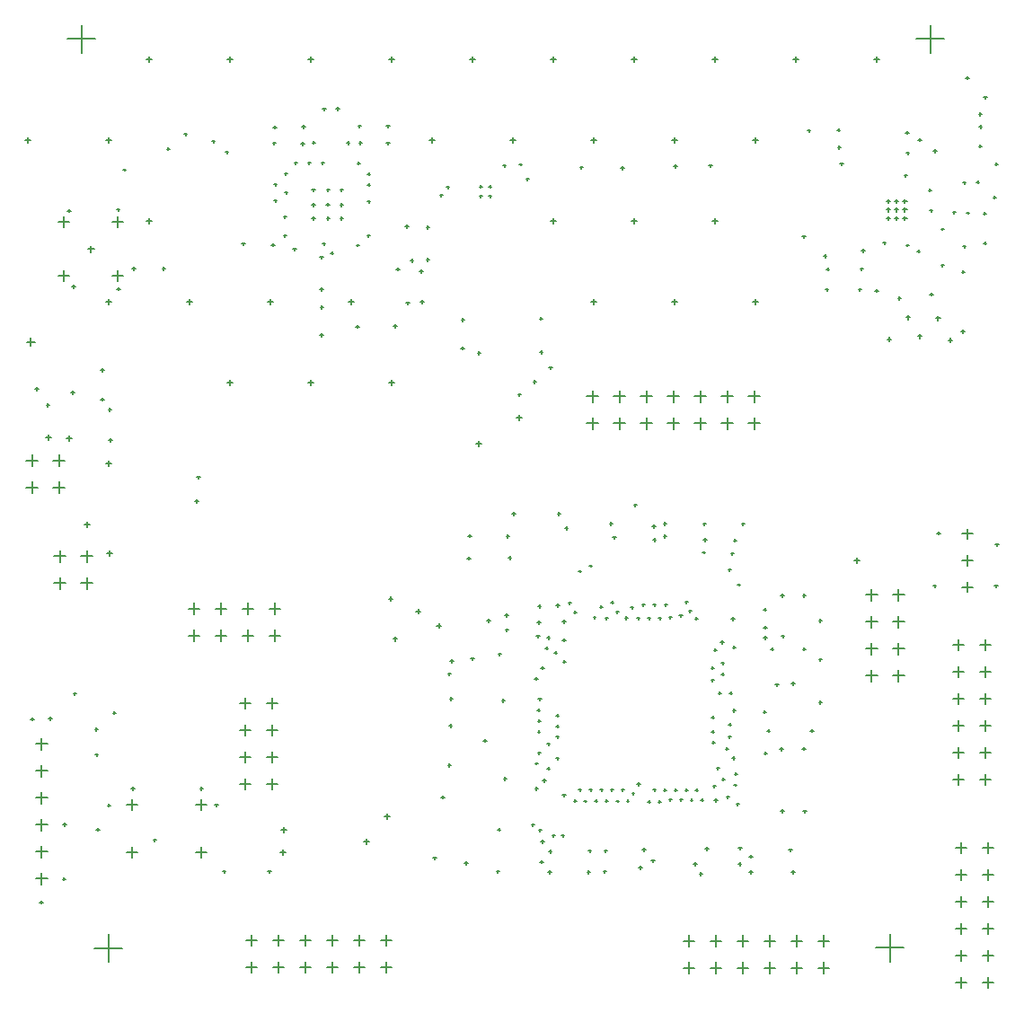
<source format=gbr>
G04*
G04 #@! TF.GenerationSoftware,Altium Limited,Altium Designer,25.1.2 (22)*
G04*
G04 Layer_Color=128*
%FSLAX25Y25*%
%MOIN*%
G70*
G04*
G04 #@! TF.SameCoordinates,893A5706-FB09-4F9C-B22B-F6CD489B59D5*
G04*
G04*
G04 #@! TF.FilePolarity,Positive*
G04*
G01*
G75*
%ADD18C,0.00500*%
D18*
X329600Y326100D02*
X333800D01*
X331700Y324000D02*
Y328200D01*
X329600Y336100D02*
X333800D01*
X331700Y334000D02*
Y338200D01*
X319600Y326100D02*
X323800D01*
X321700Y324000D02*
Y328200D01*
X319600Y336100D02*
X323800D01*
X321700Y334000D02*
Y338200D01*
X309600Y326100D02*
X313800D01*
X311700Y324000D02*
Y328200D01*
X309600Y336100D02*
X313800D01*
X311700Y334000D02*
Y338200D01*
X299600Y326100D02*
X303800D01*
X301700Y324000D02*
Y328200D01*
X299600Y336100D02*
X303800D01*
X301700Y334000D02*
Y338200D01*
X533300Y202800D02*
X537500D01*
X535400Y200700D02*
Y204900D01*
X533300Y212800D02*
X537500D01*
X535400Y210700D02*
Y214900D01*
X523300Y202800D02*
X527500D01*
X525400Y200700D02*
Y204900D01*
X523300Y212800D02*
X527500D01*
X525400Y210700D02*
Y214900D01*
X513300Y202800D02*
X517500D01*
X515400Y200700D02*
Y204900D01*
X513300Y212800D02*
X517500D01*
X515400Y210700D02*
Y214900D01*
X503300Y202800D02*
X507500D01*
X505400Y200700D02*
Y204900D01*
X503300Y212800D02*
X507500D01*
X505400Y210700D02*
Y214900D01*
X493300Y202800D02*
X497500D01*
X495400Y200700D02*
Y204900D01*
X493300Y212800D02*
X497500D01*
X495400Y210700D02*
Y214900D01*
X483300Y202800D02*
X487500D01*
X485400Y200700D02*
Y204900D01*
X483300Y212800D02*
X487500D01*
X485400Y210700D02*
Y214900D01*
X584300Y197300D02*
X588500D01*
X586400Y195200D02*
Y199400D01*
X594300Y197300D02*
X598500D01*
X596400Y195200D02*
Y199400D01*
X584300Y207300D02*
X588500D01*
X586400Y205200D02*
Y209400D01*
X594300Y207300D02*
X598500D01*
X596400Y205200D02*
Y209400D01*
X584300Y217300D02*
X588500D01*
X586400Y215200D02*
Y219400D01*
X594300Y217300D02*
X598500D01*
X596400Y215200D02*
Y219400D01*
X584300Y227300D02*
X588500D01*
X586400Y225200D02*
Y229400D01*
X594300Y227300D02*
X598500D01*
X596400Y225200D02*
Y229400D01*
X584300Y237300D02*
X588500D01*
X586400Y235200D02*
Y239400D01*
X594300Y237300D02*
X598500D01*
X596400Y235200D02*
Y239400D01*
X584300Y247300D02*
X588500D01*
X586400Y245200D02*
Y249400D01*
X594300Y247300D02*
X598500D01*
X596400Y245200D02*
Y249400D01*
X593300Y322700D02*
X597500D01*
X595400Y320600D02*
Y324800D01*
X583300Y322700D02*
X587500D01*
X585400Y320600D02*
Y324800D01*
X593300Y312700D02*
X597500D01*
X595400Y310600D02*
Y314800D01*
X583300Y312700D02*
X587500D01*
X585400Y310600D02*
Y314800D01*
X593300Y302700D02*
X597500D01*
X595400Y300600D02*
Y304800D01*
X583300Y302700D02*
X587500D01*
X585400Y300600D02*
Y304800D01*
X593300Y292700D02*
X597500D01*
X595400Y290600D02*
Y294800D01*
X583300Y292700D02*
X587500D01*
X585400Y290600D02*
Y294800D01*
X593300Y282700D02*
X597500D01*
X595400Y280600D02*
Y284800D01*
X583300Y282700D02*
X587500D01*
X585400Y280600D02*
Y284800D01*
X593300Y272700D02*
X597500D01*
X595400Y270600D02*
Y274800D01*
X583300Y272700D02*
X587500D01*
X585400Y270600D02*
Y274800D01*
X370900Y203000D02*
X375100D01*
X373000Y200900D02*
Y205100D01*
X370900Y213000D02*
X375100D01*
X373000Y210900D02*
Y215100D01*
X360900Y203000D02*
X365100D01*
X363000Y200900D02*
Y205100D01*
X360900Y213000D02*
X365100D01*
X363000Y210900D02*
Y215100D01*
X350900Y203000D02*
X355100D01*
X353000Y200900D02*
Y205100D01*
X350900Y213000D02*
X355100D01*
X353000Y210900D02*
Y215100D01*
X340900Y203000D02*
X345100D01*
X343000Y200900D02*
Y205100D01*
X340900Y213000D02*
X345100D01*
X343000Y210900D02*
Y215100D01*
X330900Y203000D02*
X335100D01*
X333000Y200900D02*
Y205100D01*
X330900Y213000D02*
X335100D01*
X333000Y210900D02*
Y215100D01*
X320900Y203000D02*
X325100D01*
X323000Y200900D02*
Y205100D01*
X320900Y213000D02*
X325100D01*
X323000Y210900D02*
Y215100D01*
X554683Y210200D02*
X565117D01*
X559900Y204983D02*
Y215417D01*
X264684Y210100D02*
X275116D01*
X269900Y204884D02*
Y215317D01*
X318600Y271000D02*
X322800D01*
X320700Y268900D02*
Y273100D01*
X328600Y271000D02*
X332800D01*
X330700Y268900D02*
Y273100D01*
X318600Y281000D02*
X322800D01*
X320700Y278900D02*
Y283100D01*
X328600Y281000D02*
X332800D01*
X330700Y278900D02*
Y283100D01*
X318600Y291000D02*
X322800D01*
X320700Y288900D02*
Y293100D01*
X328600Y291000D02*
X332800D01*
X330700Y288900D02*
Y293100D01*
X318600Y301000D02*
X322800D01*
X320700Y298900D02*
Y303100D01*
X328600Y301000D02*
X332800D01*
X330700Y298900D02*
Y303100D01*
X561028Y341165D02*
X565228D01*
X563128Y339065D02*
Y343265D01*
X551028Y341165D02*
X555228D01*
X553128Y339065D02*
Y343265D01*
X561028Y331165D02*
X565228D01*
X563128Y329065D02*
Y333265D01*
X551028Y331165D02*
X555228D01*
X553128Y329065D02*
Y333265D01*
X561028Y321165D02*
X565228D01*
X563128Y319065D02*
Y323265D01*
X551028Y321165D02*
X555228D01*
X553128Y319065D02*
Y323265D01*
X561028Y311165D02*
X565228D01*
X563128Y309065D02*
Y313265D01*
X551028Y311165D02*
X555228D01*
X553128Y309065D02*
Y313265D01*
X546600Y353900D02*
X548600D01*
X547600Y352900D02*
Y354900D01*
X333900Y254100D02*
X335900D01*
X334900Y253100D02*
Y255100D01*
X364700Y249800D02*
X366700D01*
X365700Y248800D02*
Y250800D01*
X372300Y259000D02*
X374300D01*
X373300Y258000D02*
Y260000D01*
X276756Y263358D02*
X280654D01*
X278705Y261409D02*
Y265307D01*
X302346Y263358D02*
X306244D01*
X304295Y261409D02*
Y265307D01*
X302346Y245642D02*
X306244D01*
X304295Y243693D02*
Y247591D01*
X276756Y245642D02*
X280654D01*
X278705Y243693D02*
Y247591D01*
X569684Y547500D02*
X580117D01*
X574900Y542283D02*
Y552716D01*
X254683Y547500D02*
X265117D01*
X259900Y542283D02*
Y552716D01*
X447500Y414900D02*
X451700D01*
X449600Y412800D02*
Y417000D01*
X447500Y404900D02*
X451700D01*
X449600Y402800D02*
Y407000D01*
X457500Y414900D02*
X461700D01*
X459600Y412800D02*
Y417000D01*
X457500Y404900D02*
X461700D01*
X459600Y402800D02*
Y407000D01*
X467500Y414900D02*
X471700D01*
X469600Y412800D02*
Y417000D01*
X467500Y404900D02*
X471700D01*
X469600Y402800D02*
Y407000D01*
X477500Y414900D02*
X481700D01*
X479600Y412800D02*
Y417000D01*
X477500Y404900D02*
X481700D01*
X479600Y402800D02*
Y407000D01*
X487500Y414900D02*
X491700D01*
X489600Y412800D02*
Y417000D01*
X487500Y404900D02*
X491700D01*
X489600Y402800D02*
Y407000D01*
X497500Y414900D02*
X501700D01*
X499600Y412800D02*
Y417000D01*
X497500Y404900D02*
X501700D01*
X499600Y402800D02*
Y407000D01*
X507500Y414900D02*
X511700D01*
X509600Y412800D02*
Y417000D01*
X507500Y404900D02*
X511700D01*
X509600Y402800D02*
Y407000D01*
X586731Y344158D02*
X590668D01*
X588700Y342189D02*
Y346126D01*
X586731Y363843D02*
X590668D01*
X588700Y361874D02*
Y365811D01*
X586731Y354000D02*
X590668D01*
X588700Y352031D02*
Y355968D01*
X259835Y355500D02*
X264165D01*
X262000Y353335D02*
Y357665D01*
X259835Y345500D02*
X264165D01*
X262000Y343335D02*
Y347665D01*
X249835Y355500D02*
X254165D01*
X252000Y353335D02*
Y357665D01*
X249835Y345500D02*
X254165D01*
X252000Y343335D02*
Y347665D01*
X586356Y439014D02*
X587856D01*
X587106Y438264D02*
Y439764D01*
X391850Y329800D02*
X393350D01*
X392600Y329050D02*
Y330550D01*
X375650Y324900D02*
X377150D01*
X376400Y324150D02*
Y325650D01*
X384150Y335100D02*
X385650D01*
X384900Y334350D02*
Y335850D01*
X373950Y339800D02*
X375450D01*
X374700Y339050D02*
Y340550D01*
X333800Y245600D02*
X335800D01*
X334800Y244600D02*
Y246600D01*
X406500Y397200D02*
X408500D01*
X407500Y396200D02*
Y398200D01*
X421447Y406900D02*
X423447D01*
X422447Y405900D02*
Y407900D01*
X565950Y444200D02*
X567450D01*
X566700Y443450D02*
Y444950D01*
X558950Y436100D02*
X560450D01*
X559700Y435350D02*
Y436850D01*
X570250Y437200D02*
X571750D01*
X571000Y436450D02*
Y437950D01*
X581550Y435800D02*
X583050D01*
X582300Y435050D02*
Y436550D01*
X577050Y443900D02*
X578550D01*
X577800Y443150D02*
Y444650D01*
X564778Y487272D02*
X566278D01*
X565528Y486522D02*
Y488022D01*
X564778Y484172D02*
X566278D01*
X565528Y483422D02*
Y484922D01*
X564778Y481072D02*
X566278D01*
X565528Y480322D02*
Y481822D01*
X561678Y487272D02*
X563178D01*
X562428Y486522D02*
Y488022D01*
X561678Y484172D02*
X563178D01*
X562428Y483422D02*
Y484922D01*
X561678Y481072D02*
X563178D01*
X562428Y480322D02*
Y481822D01*
X558578Y487272D02*
X560078D01*
X559328Y486522D02*
Y488022D01*
X558578Y484172D02*
X560078D01*
X559328Y483422D02*
Y484922D01*
X558578Y481072D02*
X560078D01*
X559328Y480322D02*
Y481822D01*
X271500Y479500D02*
X275500D01*
X273500Y477500D02*
Y481500D01*
X251500Y479500D02*
X255500D01*
X253500Y477500D02*
Y481500D01*
X251500Y459500D02*
X255500D01*
X253500Y457500D02*
Y461500D01*
X271500Y459500D02*
X275500D01*
X273500Y457500D02*
Y461500D01*
X262250Y469500D02*
X264750D01*
X263500Y468250D02*
Y470750D01*
X239535Y391100D02*
X243865D01*
X241700Y388935D02*
Y393265D01*
X239535Y381100D02*
X243865D01*
X241700Y378935D02*
Y383265D01*
X249535Y381100D02*
X253865D01*
X251700Y378935D02*
Y383265D01*
X249535Y391100D02*
X253865D01*
X251700Y388935D02*
Y393265D01*
X242935Y255900D02*
X247265D01*
X245100Y253735D02*
Y258065D01*
X242935Y275900D02*
X247265D01*
X245100Y273735D02*
Y278065D01*
X242935Y265900D02*
X247265D01*
X245100Y263735D02*
Y268065D01*
X242935Y245900D02*
X247265D01*
X245100Y243735D02*
Y248065D01*
X242935Y285900D02*
X247265D01*
X245100Y283735D02*
Y288065D01*
X242935Y235900D02*
X247265D01*
X245100Y233735D02*
Y238065D01*
X493607Y309608D02*
X494591D01*
X494099Y309116D02*
Y310100D01*
X496321Y304690D02*
X497305D01*
X496813Y304198D02*
Y305182D01*
X452258Y336810D02*
X453242D01*
X452750Y336318D02*
Y337302D01*
X449894Y332915D02*
X450878D01*
X450386Y332423D02*
Y333407D01*
X456420Y338343D02*
X457404D01*
X456912Y337851D02*
Y338835D01*
X454381Y332622D02*
X455365D01*
X454873Y332130D02*
Y333114D01*
X494714Y320751D02*
X495698D01*
X495206Y320259D02*
Y321243D01*
X501604Y321705D02*
X502588D01*
X502096Y321213D02*
Y322197D01*
X515795Y321100D02*
X516779D01*
X516287Y320608D02*
Y321592D01*
X494871Y265085D02*
X496052D01*
X495462Y264494D02*
Y265675D01*
X494301Y270238D02*
X495285D01*
X494793Y269746D02*
Y270730D01*
X493607Y314095D02*
X494591D01*
X494099Y313603D02*
Y314587D01*
X438537Y331262D02*
X439718D01*
X439128Y330671D02*
Y331852D01*
X438510Y324488D02*
X439690D01*
X439100Y323897D02*
Y325078D01*
X428707Y325906D02*
X429888D01*
X429297Y325316D02*
Y326497D01*
X432629Y325356D02*
X433810D01*
X433220Y324766D02*
Y325947D01*
X502969Y263643D02*
X503953D01*
X503461Y263151D02*
Y264135D01*
X499318Y266301D02*
X500302D01*
X499810Y265809D02*
Y266793D01*
X502107Y270658D02*
X503091D01*
X502599Y270166D02*
Y271150D01*
X495708Y276901D02*
X496692D01*
X496200Y276409D02*
Y277393D01*
X502251Y274820D02*
X503235D01*
X502743Y274328D02*
Y275312D01*
X499992Y288533D02*
X500976D01*
X500484Y288041D02*
Y289025D01*
X499019Y284018D02*
X500003D01*
X499511Y283526D02*
Y284510D01*
X513308Y282402D02*
X514292D01*
X513800Y281910D02*
Y282894D01*
X494027Y286419D02*
X495012D01*
X494520Y285927D02*
Y286911D01*
X493802Y290473D02*
X494786D01*
X494294Y289981D02*
Y290965D01*
X500189Y293078D02*
X501173D01*
X500681Y292586D02*
Y293570D01*
X493802Y295829D02*
X494786D01*
X494294Y295337D02*
Y296321D01*
X497040Y323578D02*
X498221D01*
X497630Y322988D02*
Y324169D01*
X467998Y337500D02*
X468982D01*
X468490Y337008D02*
Y337992D01*
X478003Y332897D02*
X478987D01*
X478495Y332405D02*
Y333389D01*
X461606Y332588D02*
X462787D01*
X462197Y331997D02*
Y333178D01*
X463836Y336604D02*
X464820D01*
X464328Y336112D02*
Y337096D01*
X432728Y285986D02*
X433712D01*
X433220Y285494D02*
Y286478D01*
X438608Y316400D02*
X439592D01*
X439100Y315908D02*
Y316892D01*
X432178Y321419D02*
X433162D01*
X432670Y320927D02*
Y321911D01*
X435408Y319800D02*
X436392D01*
X435900Y319308D02*
Y320292D01*
X466192Y332622D02*
X467176D01*
X466684Y332130D02*
Y333114D01*
X476322Y337634D02*
X477307D01*
X476815Y337142D02*
Y338126D01*
X470079Y332588D02*
X471063D01*
X470571Y332096D02*
Y333080D01*
X472160Y337500D02*
X473144D01*
X472652Y337008D02*
Y337992D01*
X474066Y332588D02*
X475050D01*
X474558Y332096D02*
Y333080D01*
X426916Y255983D02*
X427900D01*
X427408Y255491D02*
Y256475D01*
X466110Y271000D02*
X467290D01*
X466700Y270409D02*
Y271590D01*
X464224Y267500D02*
X465208D01*
X464716Y267008D02*
Y267992D01*
X442654Y264751D02*
X443639D01*
X443147Y264259D02*
Y265243D01*
X454381Y264751D02*
X455365D01*
X454873Y264259D02*
Y265243D01*
X446507Y264667D02*
X447491D01*
X446999Y264175D02*
Y265159D01*
X462219Y264751D02*
X463203D01*
X462711Y264259D02*
Y265243D01*
X458450Y264667D02*
X459435D01*
X458943Y264175D02*
Y265159D01*
X450444Y264751D02*
X451428D01*
X450936Y264259D02*
Y265243D01*
X438535Y266851D02*
X439716D01*
X439125Y266261D02*
Y267442D01*
X485886Y265091D02*
X486870D01*
X486378Y264599D02*
Y265583D01*
X481964Y265240D02*
X482948D01*
X482456Y264748D02*
Y265732D01*
X489810Y265087D02*
X490794D01*
X490302Y264595D02*
Y265579D01*
X477932Y265191D02*
X478916D01*
X478424Y264699D02*
Y265683D01*
X473932Y264466D02*
X474916D01*
X474424Y263974D02*
Y264958D01*
X470174Y264466D02*
X471158D01*
X470666Y263974D02*
Y264958D01*
X497408Y315951D02*
X498392D01*
X497900Y315459D02*
Y316443D01*
X497408Y311789D02*
X498392D01*
X497900Y311297D02*
Y312281D01*
X500546Y304690D02*
X501530D01*
X501038Y304198D02*
Y305182D01*
X432728Y276694D02*
X433712D01*
X433220Y276202D02*
Y277186D01*
X428388Y278662D02*
X429372D01*
X428880Y278170D02*
Y279154D01*
X429320Y282599D02*
X430304D01*
X429812Y282107D02*
Y283091D01*
X436115Y296379D02*
X437099D01*
X436607Y295887D02*
Y296871D01*
X429320Y294495D02*
X430304D01*
X429812Y294002D02*
Y294987D01*
X436115Y292442D02*
X437099D01*
X436607Y291950D02*
Y292934D01*
X436115Y288505D02*
X437099D01*
X436607Y288013D02*
Y288997D01*
X436115Y280631D02*
X437099D01*
X436607Y280139D02*
Y281123D01*
X431152Y272265D02*
X432333D01*
X431742Y271675D02*
Y272856D01*
X428290Y269403D02*
X429471D01*
X428880Y268813D02*
Y269994D01*
X429180Y298400D02*
X430164D01*
X429672Y297908D02*
Y298892D01*
X429481Y302549D02*
X430662D01*
X430072Y301959D02*
Y303140D01*
X429218Y290397D02*
X430202D01*
X429710Y289905D02*
Y290889D01*
X430409Y314095D02*
X431591D01*
X431000Y313505D02*
Y314686D01*
X417308Y328221D02*
X418292D01*
X417800Y327729D02*
Y328713D01*
X428110Y310158D02*
X429290D01*
X428700Y309568D02*
Y310749D01*
X265409Y254100D02*
X266590D01*
X266000Y253509D02*
Y254691D01*
X286610Y250169D02*
X287790D01*
X287200Y249579D02*
Y250760D01*
X438083Y251978D02*
X439067D01*
X438575Y251486D02*
Y252470D01*
X434696Y251978D02*
X435680D01*
X435188Y251486D02*
Y252470D01*
X483909Y338568D02*
X484893D01*
X484401Y338076D02*
Y339060D01*
X513159Y335749D02*
X514143D01*
X513651Y335257D02*
Y336241D01*
X485327Y335199D02*
X486311D01*
X485819Y334707D02*
Y335691D01*
X519376Y341050D02*
X520557D01*
X519966Y340459D02*
Y341640D01*
X527569Y341050D02*
X528750D01*
X528160Y340459D02*
Y341640D01*
X487608Y332400D02*
X488592D01*
X488100Y331908D02*
Y332892D01*
X481810Y333500D02*
X482991D01*
X482400Y332909D02*
Y334090D01*
X464910Y374500D02*
X466090D01*
X465500Y373909D02*
Y375091D01*
X457209Y362500D02*
X458391D01*
X457800Y361910D02*
Y363090D01*
X455909Y367600D02*
X457091D01*
X456500Y367009D02*
Y368191D01*
X475910Y367600D02*
X477091D01*
X476500Y367009D02*
Y368191D01*
X475936Y363000D02*
X477117D01*
X476527Y362409D02*
Y363591D01*
X471809Y366600D02*
X472991D01*
X472400Y366009D02*
Y367191D01*
X471999Y361600D02*
X473180D01*
X472590Y361010D02*
Y362191D01*
X442570Y334717D02*
X443554D01*
X443062Y334224D02*
Y335209D01*
X497576Y272721D02*
X498561D01*
X498069Y272229D02*
Y273213D01*
X452413Y268909D02*
X453397D01*
X452905Y268417D02*
Y269402D01*
X448476Y268909D02*
X449460D01*
X448968Y268417D02*
Y269402D01*
X479972Y268820D02*
X480956D01*
X480464Y268328D02*
Y269312D01*
X484052Y268820D02*
X485036D01*
X484544Y268328D02*
Y269312D01*
X444539Y268909D02*
X445523D01*
X445031Y268417D02*
Y269402D01*
X472098Y268909D02*
X473082D01*
X472590Y268417D02*
Y269402D01*
X456350Y268909D02*
X457334D01*
X456842Y268417D02*
Y269402D01*
X460335Y268909D02*
X461319D01*
X460827Y268417D02*
Y269402D01*
X476035Y268820D02*
X477019D01*
X476527Y268328D02*
Y269312D01*
X487846Y268820D02*
X488830D01*
X488338Y268328D02*
Y269312D01*
X458220Y334900D02*
X459401D01*
X458810Y334310D02*
Y335490D01*
X440686Y338259D02*
X441670D01*
X441178Y337767D02*
Y338751D01*
X533609Y317168D02*
X534791D01*
X534200Y316578D02*
Y317759D01*
X513061Y325356D02*
X514242D01*
X513651Y324766D02*
Y325947D01*
X513061Y329142D02*
X514242D01*
X513651Y328552D02*
Y329733D01*
X519635Y325906D02*
X520817D01*
X520226Y325316D02*
Y326497D01*
X527609Y321100D02*
X528791D01*
X528200Y320510D02*
Y321691D01*
X512944Y297797D02*
X513928D01*
X513436Y297305D02*
Y298289D01*
X523483Y238400D02*
X524664D01*
X524074Y237809D02*
Y238990D01*
X429566Y253862D02*
X430550D01*
X430058Y253370D02*
Y254354D01*
X503692Y241272D02*
X504873D01*
X504283Y240681D02*
Y241862D01*
X471449Y242553D02*
X472630D01*
X472040Y241963D02*
Y243144D01*
X487197Y241272D02*
X488378D01*
X487788Y240681D02*
Y241862D01*
X489264Y237728D02*
X490445D01*
X489855Y237138D02*
Y238319D01*
X509016Y450000D02*
X510984D01*
X510000Y449016D02*
Y450984D01*
X269016Y390000D02*
X270984D01*
X270000Y389016D02*
Y390984D01*
X239016Y510000D02*
X240984D01*
X240000Y509016D02*
Y510984D01*
X449016Y450000D02*
X450984D01*
X450000Y449016D02*
Y450984D01*
X374016Y540000D02*
X375984D01*
X375000Y539016D02*
Y540984D01*
X479016Y510000D02*
X480984D01*
X480000Y509016D02*
Y510984D01*
X299016Y450000D02*
X300984D01*
X300000Y449016D02*
Y450984D01*
X449016Y510000D02*
X450984D01*
X450000Y509016D02*
Y510984D01*
X269016Y510000D02*
X270984D01*
X270000Y509016D02*
Y510984D01*
X284016Y480000D02*
X285984D01*
X285000Y479016D02*
Y480984D01*
X359016Y450000D02*
X360984D01*
X360000Y449016D02*
Y450984D01*
X509016Y510000D02*
X510984D01*
X510000Y509016D02*
Y510984D01*
X464016Y540000D02*
X465984D01*
X465000Y539016D02*
Y540984D01*
X374016Y420000D02*
X375984D01*
X375000Y419016D02*
Y420984D01*
X344016Y540000D02*
X345984D01*
X345000Y539016D02*
Y540984D01*
X479016Y450000D02*
X480984D01*
X480000Y449016D02*
Y450984D01*
X404016Y540000D02*
X405984D01*
X405000Y539016D02*
Y540984D01*
X554016Y540000D02*
X555984D01*
X555000Y539016D02*
Y540984D01*
X314016Y540000D02*
X315984D01*
X315000Y539016D02*
Y540984D01*
X314016Y420000D02*
X315984D01*
X315000Y419016D02*
Y420984D01*
X284016Y540000D02*
X285984D01*
X285000Y539016D02*
Y540984D01*
X329016Y450000D02*
X330984D01*
X330000Y449016D02*
Y450984D01*
X344016Y420000D02*
X345984D01*
X345000Y419016D02*
Y420984D01*
X434016Y480000D02*
X435984D01*
X435000Y479016D02*
Y480984D01*
X269016Y450000D02*
X270984D01*
X270000Y449016D02*
Y450984D01*
X419016Y510000D02*
X420984D01*
X420000Y509016D02*
Y510984D01*
X524016Y540000D02*
X525984D01*
X525000Y539016D02*
Y540984D01*
X494016Y480000D02*
X495984D01*
X495000Y479016D02*
Y480984D01*
X434016Y540000D02*
X435984D01*
X435000Y539016D02*
Y540984D01*
X494016Y540000D02*
X495984D01*
X495000Y539016D02*
Y540984D01*
X464016Y480000D02*
X465984D01*
X465000Y479016D02*
Y480984D01*
X389016Y510000D02*
X390984D01*
X390000Y509016D02*
Y510984D01*
X269477Y356761D02*
X271445D01*
X270461Y355777D02*
Y357745D01*
X260916Y367300D02*
X262884D01*
X261900Y366316D02*
Y368284D01*
X271708Y297400D02*
X272692D01*
X272200Y296908D02*
Y297892D01*
X257008Y304600D02*
X257992D01*
X257500Y304108D02*
Y305092D01*
X468210Y246700D02*
X469390D01*
X468800Y246110D02*
Y247290D01*
X466724Y239985D02*
X467905D01*
X467315Y239395D02*
Y240576D01*
X453610Y238500D02*
X454790D01*
X454200Y237910D02*
Y239090D01*
X447610Y238400D02*
X448791D01*
X448200Y237809D02*
Y238990D01*
X453909Y246200D02*
X455091D01*
X454500Y245609D02*
Y246791D01*
X387910Y477700D02*
X389090D01*
X388500Y477109D02*
Y478291D01*
X535315Y466995D02*
X536496D01*
X535905Y466404D02*
Y467585D01*
X565244Y496964D02*
X566228D01*
X565736Y496472D02*
Y497456D01*
X586614Y461100D02*
X587598D01*
X587106Y460608D02*
Y461592D01*
X587142Y470619D02*
X588127D01*
X587634Y470127D02*
Y471111D01*
X578966Y477000D02*
X579950D01*
X579458Y476508D02*
Y477492D01*
X578966Y463500D02*
X579950D01*
X579458Y463008D02*
Y463992D01*
X554526Y454100D02*
X555708D01*
X555117Y453510D02*
Y454691D01*
X574736Y452800D02*
X575917D01*
X575327Y452210D02*
Y453391D01*
X548259Y454500D02*
X549440D01*
X548850Y453909D02*
Y455091D01*
X395910Y277922D02*
X397091D01*
X396500Y277331D02*
Y278513D01*
X490809Y361600D02*
X491991D01*
X491400Y361010D02*
Y362191D01*
X505008Y367500D02*
X505992D01*
X505500Y367008D02*
Y367992D01*
X527410Y284100D02*
X528590D01*
X528000Y283509D02*
Y284690D01*
X411208Y489200D02*
X412192D01*
X411700Y488708D02*
Y489692D01*
X411208Y492700D02*
X412192D01*
X411700Y492208D02*
Y493192D01*
X407708Y489300D02*
X408692D01*
X408200Y488808D02*
Y489792D01*
X407708Y492700D02*
X408692D01*
X408200Y492208D02*
Y493192D01*
X433410Y425500D02*
X434590D01*
X434000Y424909D02*
Y426090D01*
X413909Y238500D02*
X415091D01*
X414500Y237910D02*
Y239090D01*
X566008Y471000D02*
X566992D01*
X566500Y470508D02*
Y471492D01*
X390409Y243500D02*
X391590D01*
X391000Y242910D02*
Y244091D01*
X393008Y489500D02*
X393992D01*
X393500Y489008D02*
Y489992D01*
X395508Y492500D02*
X396492D01*
X396000Y492008D02*
Y492992D01*
X331508Y487500D02*
X332492D01*
X332000Y487008D02*
Y487992D01*
X331508Y493500D02*
X332492D01*
X332000Y493008D02*
Y493992D01*
X444508Y350000D02*
X445492D01*
X445000Y349508D02*
Y350492D01*
X425008Y495500D02*
X425992D01*
X425500Y495008D02*
Y495992D01*
X422508Y501000D02*
X423492D01*
X423000Y500508D02*
Y501492D01*
X416508Y500500D02*
X417492D01*
X417000Y500008D02*
Y500992D01*
X269910Y410000D02*
X271091D01*
X270500Y409410D02*
Y410591D01*
X490508Y357000D02*
X491492D01*
X491000Y356508D02*
Y357492D01*
X502015Y361493D02*
X502999D01*
X502507Y361001D02*
Y361985D01*
X501008Y356500D02*
X501992D01*
X501500Y356008D02*
Y356992D01*
X503508Y345000D02*
X504492D01*
X504000Y344508D02*
Y345492D01*
X574829Y483971D02*
X575813D01*
X575321Y483479D02*
Y484463D01*
X500008Y350500D02*
X500992D01*
X500500Y350008D02*
Y350992D01*
X396309Y292700D02*
X397491D01*
X396900Y292109D02*
Y293290D01*
X409209Y287100D02*
X410391D01*
X409800Y286509D02*
Y287690D01*
X415909Y302000D02*
X417091D01*
X416500Y301410D02*
Y302590D01*
X396609Y302600D02*
X397791D01*
X397200Y302010D02*
Y303190D01*
X414609Y319200D02*
X415791D01*
X415200Y318609D02*
Y319791D01*
X404509Y317500D02*
X405690D01*
X405100Y316910D02*
Y318091D01*
X395910Y311900D02*
X397091D01*
X396500Y311310D02*
Y312491D01*
X396709Y316700D02*
X397890D01*
X397300Y316109D02*
Y317290D01*
X429310Y337000D02*
X430490D01*
X429900Y336409D02*
Y337591D01*
X429210Y331000D02*
X430391D01*
X429800Y330410D02*
Y331591D01*
X410409Y331700D02*
X411590D01*
X411000Y331109D02*
Y332291D01*
X417209Y333746D02*
X418391D01*
X417800Y333155D02*
Y334337D01*
X570108Y468800D02*
X571092D01*
X570600Y468308D02*
Y469292D01*
X557309Y471900D02*
X558491D01*
X557900Y471310D02*
Y472491D01*
X565809Y512800D02*
X566991D01*
X566400Y512210D02*
Y513390D01*
X527509Y474200D02*
X528690D01*
X528100Y473609D02*
Y474790D01*
X267109Y413800D02*
X268290D01*
X267700Y413209D02*
Y414391D01*
X562910Y451400D02*
X564090D01*
X563500Y450809D02*
Y451991D01*
X574308Y491400D02*
X575292D01*
X574800Y490908D02*
Y491892D01*
X598809Y344500D02*
X599991D01*
X599400Y343910D02*
Y345091D01*
X594808Y471800D02*
X595792D01*
X595300Y471308D02*
Y472292D01*
X549509Y469000D02*
X550691D01*
X550100Y468409D02*
Y469591D01*
X385745Y449997D02*
X386926D01*
X386335Y449407D02*
Y450588D01*
X536010Y454500D02*
X537190D01*
X536600Y453909D02*
Y455091D01*
X536309Y462100D02*
X537491D01*
X536900Y461510D02*
Y462690D01*
X566010Y505200D02*
X567191D01*
X566600Y504609D02*
Y505791D01*
X540610Y507300D02*
X541790D01*
X541200Y506709D02*
Y507891D01*
X291608Y506700D02*
X292592D01*
X292100Y506208D02*
Y507192D01*
X298009Y512200D02*
X299190D01*
X298600Y511610D02*
Y512790D01*
X385509Y461325D02*
X386690D01*
X386100Y460734D02*
Y461915D01*
X387910Y465700D02*
X389090D01*
X388500Y465109D02*
Y466291D01*
X382001Y465264D02*
X383183D01*
X382592Y464673D02*
Y465854D01*
X380509Y449500D02*
X381691D01*
X381100Y448910D02*
Y450091D01*
X587108Y494231D02*
X588092D01*
X587600Y493739D02*
Y494724D01*
X583308Y483200D02*
X584292D01*
X583800Y482708D02*
Y483692D01*
X588408Y483000D02*
X589392D01*
X588900Y482508D02*
Y483492D01*
X592108Y494400D02*
X593092D01*
X592600Y493908D02*
Y494892D01*
X594608Y482800D02*
X595592D01*
X595100Y482308D02*
Y483292D01*
X533609Y331600D02*
X534791D01*
X534200Y331010D02*
Y332190D01*
X523410Y308300D02*
X524590D01*
X524000Y307710D02*
Y308891D01*
X517410Y307900D02*
X518590D01*
X518000Y307310D02*
Y308490D01*
X533609Y301300D02*
X534791D01*
X534200Y300710D02*
Y301890D01*
X514310Y290800D02*
X515490D01*
X514900Y290210D02*
Y291390D01*
X519109Y284000D02*
X520291D01*
X519700Y283410D02*
Y284591D01*
X522409Y246500D02*
X523591D01*
X523000Y245910D02*
Y247091D01*
X503809Y247200D02*
X504990D01*
X504400Y246609D02*
Y247791D01*
X491409Y247000D02*
X492591D01*
X492000Y246410D02*
Y247590D01*
X448009Y246200D02*
X449191D01*
X448600Y245609D02*
Y246791D01*
X433210Y238400D02*
X434390D01*
X433800Y237809D02*
Y238990D01*
X433310Y246000D02*
X434490D01*
X433900Y245409D02*
Y246590D01*
X430409Y249700D02*
X431591D01*
X431000Y249110D02*
Y250290D01*
X430110Y242100D02*
X431290D01*
X430700Y241510D02*
Y242690D01*
X402109Y241700D02*
X403291D01*
X402700Y241109D02*
Y242290D01*
X414310Y254100D02*
X415490D01*
X414900Y253509D02*
Y254691D01*
X393409Y266100D02*
X394590D01*
X394000Y265510D02*
Y266690D01*
X416609Y273000D02*
X417791D01*
X417200Y272410D02*
Y273590D01*
X380209Y478000D02*
X381391D01*
X380800Y477410D02*
Y478590D01*
X376810Y462100D02*
X377991D01*
X377400Y461510D02*
Y462690D01*
X348609Y448000D02*
X349791D01*
X349200Y447409D02*
Y448591D01*
X348410Y437600D02*
X349590D01*
X349000Y437009D02*
Y438191D01*
X348410Y466500D02*
X349590D01*
X349000Y465909D02*
Y467091D01*
X490610Y367500D02*
X491790D01*
X491200Y366910D02*
Y368091D01*
X436610Y371400D02*
X437790D01*
X437200Y370810D02*
Y371990D01*
X419809Y371400D02*
X420991D01*
X420400Y370810D02*
Y371990D01*
X403510Y363100D02*
X404691D01*
X404100Y362509D02*
Y363690D01*
X417610Y363000D02*
X418790D01*
X418200Y362409D02*
Y363591D01*
X418309Y355000D02*
X419490D01*
X418900Y354410D02*
Y355591D01*
X403110Y354800D02*
X404290D01*
X403700Y354209D02*
Y355391D01*
X436209Y337400D02*
X437391D01*
X436800Y336809D02*
Y337990D01*
X507710Y244100D02*
X508890D01*
X508300Y243510D02*
Y244690D01*
X507809Y238400D02*
X508990D01*
X508400Y237809D02*
Y238990D01*
X527809Y260900D02*
X528991D01*
X528400Y260310D02*
Y261491D01*
X519510Y261000D02*
X520690D01*
X520100Y260409D02*
Y261591D01*
X530510Y290800D02*
X531691D01*
X531100Y290210D02*
Y291390D01*
X366108Y497400D02*
X367092D01*
X366600Y496908D02*
Y497892D01*
X366208Y493400D02*
X367192D01*
X366700Y492908D02*
Y493892D01*
X267109Y424700D02*
X268290D01*
X267700Y424110D02*
Y425290D01*
X239600Y435000D02*
X242600D01*
X241100Y433500D02*
Y436500D01*
X338409Y469500D02*
X339591D01*
X339000Y468910D02*
Y470090D01*
X355909Y481000D02*
X357090D01*
X356500Y480409D02*
Y481591D01*
X349408Y471600D02*
X350392D01*
X349900Y471108D02*
Y472092D01*
X366208Y487300D02*
X367192D01*
X366700Y486808D02*
Y487792D01*
X349008Y501500D02*
X349992D01*
X349500Y501008D02*
Y501992D01*
X344008Y501500D02*
X344992D01*
X344500Y501008D02*
Y501992D01*
X362308Y501400D02*
X363292D01*
X362800Y500908D02*
Y501892D01*
X313508Y505500D02*
X314492D01*
X314000Y505008D02*
Y505992D01*
X339008Y501500D02*
X339992D01*
X339500Y501008D02*
Y501992D01*
X308508Y509500D02*
X309492D01*
X309000Y509008D02*
Y509992D01*
X254809Y483800D02*
X255991D01*
X255400Y483210D02*
Y484390D01*
X275508Y499000D02*
X276492D01*
X276000Y498508D02*
Y499492D01*
X330909Y508900D02*
X332090D01*
X331500Y508310D02*
Y509490D01*
X242810Y417700D02*
X243990D01*
X243400Y417109D02*
Y418291D01*
X334910Y474500D02*
X336090D01*
X335500Y473910D02*
Y475091D01*
X350909Y481000D02*
X352091D01*
X351500Y480409D02*
Y481591D01*
X334910Y481500D02*
X336090D01*
X335500Y480909D02*
Y482091D01*
X345409Y481000D02*
X346590D01*
X346000Y480409D02*
Y481591D01*
X352396Y468112D02*
X353380D01*
X352888Y467620D02*
Y468604D01*
X348510Y454600D02*
X349691D01*
X349100Y454009D02*
Y455191D01*
X430010Y431300D02*
X431190D01*
X430600Y430710D02*
Y431890D01*
X429910Y443800D02*
X431090D01*
X430500Y443210D02*
Y444390D01*
X548910Y462200D02*
X550091D01*
X549500Y461610D02*
Y462790D01*
X598308Y488700D02*
X599292D01*
X598800Y488208D02*
Y489192D01*
X592908Y507800D02*
X593892D01*
X593400Y507308D02*
Y508292D01*
X599008Y501100D02*
X599992D01*
X599500Y500608D02*
Y501592D01*
X593010Y514953D02*
X594191D01*
X593600Y514363D02*
Y515544D01*
X592909Y519600D02*
X594091D01*
X593500Y519009D02*
Y520190D01*
X594709Y525900D02*
X595891D01*
X595300Y525310D02*
Y526490D01*
X254516Y399400D02*
X256484D01*
X255500Y398416D02*
Y400384D01*
X246716Y399800D02*
X248684D01*
X247700Y398816D02*
Y400784D01*
X302110Y376000D02*
X303291D01*
X302700Y375410D02*
Y376590D01*
X302710Y384900D02*
X303890D01*
X303300Y384310D02*
Y385490D01*
X264910Y291400D02*
X266090D01*
X265500Y290809D02*
Y291990D01*
X265009Y281900D02*
X266191D01*
X265600Y281310D02*
Y282490D01*
X247810Y295300D02*
X248991D01*
X248400Y294709D02*
Y295890D01*
X269609Y263100D02*
X270791D01*
X270200Y262509D02*
Y263690D01*
X278509Y269300D02*
X279691D01*
X279100Y268709D02*
Y269890D01*
X312310Y238500D02*
X313491D01*
X312900Y237910D02*
Y239090D01*
X329209Y238500D02*
X330391D01*
X329800Y237910D02*
Y239090D01*
X599209Y359900D02*
X600390D01*
X599800Y359310D02*
Y360490D01*
X577410Y364100D02*
X578590D01*
X578000Y363509D02*
Y364690D01*
X576010Y344500D02*
X577190D01*
X576600Y343910D02*
Y345091D01*
X501309Y280600D02*
X502491D01*
X501900Y280010D02*
Y281190D01*
X501610Y298400D02*
X502790D01*
X502200Y297810D02*
Y298991D01*
X448508Y352000D02*
X449492D01*
X449000Y351508D02*
Y352492D01*
X406910Y431000D02*
X408090D01*
X407500Y430409D02*
Y431591D01*
X421910Y415500D02*
X423091D01*
X422500Y414910D02*
Y416090D01*
X427609Y420400D02*
X428791D01*
X428200Y419809D02*
Y420991D01*
X362008Y471000D02*
X362992D01*
X362500Y470508D02*
Y471492D01*
X366008Y474500D02*
X366992D01*
X366500Y474008D02*
Y474992D01*
X541509Y501200D02*
X542691D01*
X542100Y500609D02*
Y501791D01*
X439310Y366000D02*
X440490D01*
X439900Y365409D02*
Y366590D01*
X501110Y332400D02*
X502290D01*
X501700Y331809D02*
Y332991D01*
X335470Y490647D02*
X336454D01*
X335962Y490155D02*
Y491140D01*
X303909Y269300D02*
X305090D01*
X304500Y268709D02*
Y269890D01*
X309509Y263200D02*
X310690D01*
X310100Y262610D02*
Y263790D01*
X270110Y398700D02*
X271290D01*
X270700Y398110D02*
Y399290D01*
X256109Y416300D02*
X257291D01*
X256700Y415709D02*
Y416890D01*
X246909Y411700D02*
X248091D01*
X247500Y411109D02*
Y412290D01*
X273110Y454800D02*
X274290D01*
X273700Y454210D02*
Y455391D01*
X256410Y455700D02*
X257591D01*
X257000Y455110D02*
Y456290D01*
X273009Y484200D02*
X274190D01*
X273600Y483609D02*
Y484791D01*
X244510Y227100D02*
X245690D01*
X245100Y226509D02*
Y227691D01*
X252909Y235800D02*
X254090D01*
X253500Y235209D02*
Y236390D01*
X400709Y432800D02*
X401891D01*
X401300Y432209D02*
Y433391D01*
X400910Y443400D02*
X402091D01*
X401500Y442809D02*
Y443991D01*
X335308Y497500D02*
X336292D01*
X335800Y497008D02*
Y497992D01*
X373110Y515200D02*
X374290D01*
X373700Y514609D02*
Y515791D01*
X362610Y515200D02*
X363790D01*
X363200Y514609D02*
Y515791D01*
X278809Y462400D02*
X279991D01*
X279400Y461809D02*
Y462991D01*
X289910Y462400D02*
X291090D01*
X290500Y461809D02*
Y462991D01*
X319409Y471500D02*
X320590D01*
X320000Y470910D02*
Y472090D01*
X330410Y471100D02*
X331591D01*
X331000Y470509D02*
Y471691D01*
X375810Y441000D02*
X376991D01*
X376400Y440410D02*
Y441590D01*
X361809Y440800D02*
X362990D01*
X362400Y440209D02*
Y441391D01*
X588109Y533100D02*
X589291D01*
X588700Y532510D02*
Y533691D01*
X570509Y510100D02*
X571691D01*
X571100Y509510D02*
Y510690D01*
X576209Y506000D02*
X577390D01*
X576800Y505409D02*
Y506591D01*
X529310Y513500D02*
X530490D01*
X529900Y512910D02*
Y514090D01*
X540309Y513800D02*
X541491D01*
X540900Y513209D02*
Y514391D01*
X492809Y500500D02*
X493991D01*
X493400Y499909D02*
Y501090D01*
X479709Y500400D02*
X480891D01*
X480300Y499810D02*
Y500990D01*
X444909Y499900D02*
X446091D01*
X445500Y499309D02*
Y500491D01*
X460110Y499700D02*
X461291D01*
X460700Y499110D02*
Y500290D01*
X354509Y521700D02*
X355691D01*
X355100Y521109D02*
Y522291D01*
X350909Y491500D02*
X352091D01*
X351500Y490909D02*
Y492091D01*
X355909Y491500D02*
X357090D01*
X356500Y490909D02*
Y492091D01*
X355909Y486000D02*
X357090D01*
X356500Y485409D02*
Y486590D01*
X349410Y521500D02*
X350590D01*
X350000Y520910D02*
Y522090D01*
X341709Y515000D02*
X342891D01*
X342300Y514409D02*
Y515590D01*
X331209Y514800D02*
X332390D01*
X331800Y514210D02*
Y515390D01*
X350810Y486100D02*
X351991D01*
X351400Y485509D02*
Y486691D01*
X345409Y491500D02*
X346590D01*
X346000Y490909D02*
Y492091D01*
X345409Y486000D02*
X346590D01*
X346000Y485409D02*
Y486590D01*
X241210Y295100D02*
X242390D01*
X241800Y294510D02*
Y295690D01*
X253110Y256000D02*
X254291D01*
X253700Y255410D02*
Y256591D01*
X341409Y508700D02*
X342590D01*
X342000Y508110D02*
Y509291D01*
X373210Y508900D02*
X374391D01*
X373800Y508310D02*
Y509490D01*
X362910Y509000D02*
X364090D01*
X363500Y508410D02*
Y509590D01*
X345609Y509100D02*
X346791D01*
X346200Y508509D02*
Y509691D01*
X358310Y509000D02*
X359490D01*
X358900Y508410D02*
Y509590D01*
M02*

</source>
